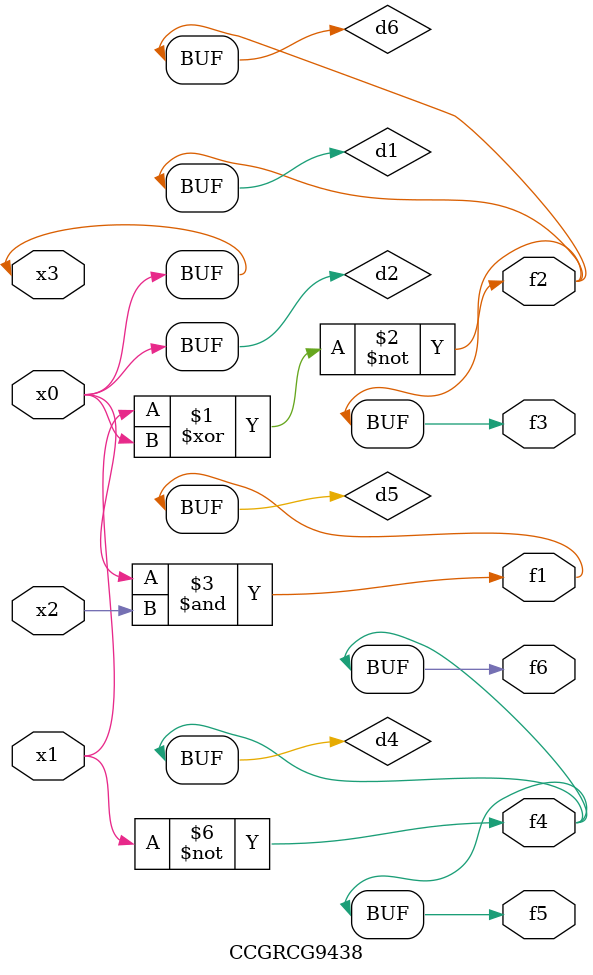
<source format=v>
module CCGRCG9438(
	input x0, x1, x2, x3,
	output f1, f2, f3, f4, f5, f6
);

	wire d1, d2, d3, d4, d5, d6;

	xnor (d1, x1, x3);
	buf (d2, x0, x3);
	nand (d3, x0, x2);
	not (d4, x1);
	nand (d5, d3);
	or (d6, d1);
	assign f1 = d5;
	assign f2 = d6;
	assign f3 = d6;
	assign f4 = d4;
	assign f5 = d4;
	assign f6 = d4;
endmodule

</source>
